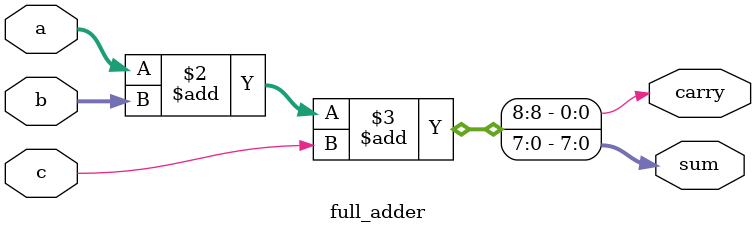
<source format=v>

`timescale 1ns/1ns

module full_adder #(parameter n = 8)
					(input [n-1:0] a, b,
					input c,
					output reg carry,
					output reg [n-1:0] sum);
  
  always@(*)
	{carry, sum} = a+b+c;
endmodule




</source>
